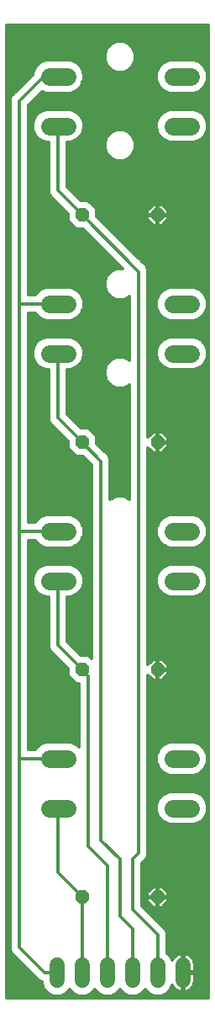
<source format=gbl>
G75*
%MOIN*%
%OFA0B0*%
%FSLAX24Y24*%
%IPPOS*%
%LPD*%
%AMOC8*
5,1,8,0,0,1.08239X$1,22.5*
%
%ADD10OC8,0.0520*%
%ADD11C,0.0705*%
%ADD12C,0.0600*%
%ADD13C,0.0120*%
D10*
X003160Y004470D03*
X003160Y013470D03*
X003160Y022470D03*
X003160Y031470D03*
X006160Y031470D03*
X006160Y022470D03*
X006160Y013470D03*
X006160Y004470D03*
D11*
X006768Y007990D02*
X007473Y007990D01*
X007473Y009950D02*
X006768Y009950D01*
X006768Y016990D02*
X007473Y016990D01*
X007473Y018950D02*
X006768Y018950D01*
X006768Y025990D02*
X007473Y025990D01*
X007473Y027950D02*
X006768Y027950D01*
X006768Y034990D02*
X007473Y034990D01*
X007473Y036950D02*
X006768Y036950D01*
X002553Y036950D02*
X001848Y036950D01*
X001848Y034990D02*
X002553Y034990D01*
X002553Y027950D02*
X001848Y027950D01*
X001848Y025990D02*
X002553Y025990D01*
X002553Y018950D02*
X001848Y018950D01*
X001848Y016990D02*
X002553Y016990D01*
X002553Y009950D02*
X001848Y009950D01*
X001848Y007990D02*
X002553Y007990D01*
D12*
X002160Y001770D02*
X002160Y001170D01*
X003160Y001170D02*
X003160Y001770D01*
X004160Y001770D02*
X004160Y001170D01*
X005160Y001170D02*
X005160Y001770D01*
X006160Y001770D02*
X006160Y001170D01*
X007160Y001170D02*
X007160Y001770D01*
D13*
X008160Y000470D02*
X000160Y000470D01*
X008160Y000470D01*
X008160Y038970D01*
X000160Y038970D01*
X000160Y000470D01*
X000160Y000589D02*
X001970Y000589D01*
X002039Y000560D02*
X002281Y000560D01*
X002506Y000653D01*
X002660Y000807D01*
X002814Y000653D01*
X003039Y000560D01*
X003281Y000560D01*
X003506Y000653D01*
X003660Y000807D01*
X003814Y000653D01*
X004039Y000560D01*
X004281Y000560D01*
X004506Y000653D01*
X004660Y000807D01*
X004814Y000653D01*
X005039Y000560D01*
X005281Y000560D01*
X005506Y000653D01*
X005660Y000807D01*
X005814Y000653D01*
X006039Y000560D01*
X006281Y000560D01*
X006506Y000653D01*
X006677Y000824D01*
X006741Y000979D01*
X006767Y000929D01*
X006809Y000870D01*
X006860Y000819D01*
X006919Y000777D01*
X006983Y000744D01*
X007052Y000721D01*
X007120Y000711D01*
X007120Y001430D01*
X007200Y001430D01*
X007200Y001510D01*
X007120Y001510D01*
X007120Y002229D01*
X007052Y002219D01*
X006983Y002196D01*
X006919Y002163D01*
X006860Y002121D01*
X006809Y002070D01*
X006767Y002011D01*
X006741Y001961D01*
X006677Y002116D01*
X006530Y002263D01*
X006530Y003044D01*
X006474Y003180D01*
X005530Y004123D01*
X005530Y005817D01*
X005724Y006010D01*
X005780Y006146D01*
X005780Y013256D01*
X005986Y013050D01*
X006140Y013050D01*
X006140Y013450D01*
X006180Y013450D01*
X006180Y013490D01*
X006140Y013490D01*
X006140Y013890D01*
X005986Y013890D01*
X005780Y013684D01*
X005780Y022256D01*
X005986Y022050D01*
X006140Y022050D01*
X006140Y022450D01*
X006180Y022450D01*
X006180Y022490D01*
X006140Y022490D01*
X006140Y022890D01*
X005986Y022890D01*
X005780Y022684D01*
X005780Y029294D01*
X005724Y029430D01*
X003730Y031423D01*
X003730Y031706D01*
X003396Y032040D01*
X003113Y032040D01*
X002570Y032583D01*
X002570Y034328D01*
X002684Y034328D01*
X002928Y034428D01*
X003114Y034615D01*
X003215Y034858D01*
X003215Y035122D01*
X003114Y035365D01*
X002928Y035552D01*
X002684Y035652D01*
X001716Y035652D01*
X001472Y035552D01*
X001286Y035365D01*
X001185Y035122D01*
X001185Y034858D01*
X001286Y034615D01*
X001472Y034428D01*
X001716Y034328D01*
X001830Y034328D01*
X001830Y032356D01*
X001886Y032220D01*
X001990Y032116D01*
X002590Y031517D01*
X002590Y031234D01*
X002924Y030900D01*
X003207Y030900D01*
X004777Y029330D01*
X004539Y029330D01*
X004314Y029237D01*
X004143Y029066D01*
X004050Y028841D01*
X004050Y028599D01*
X004143Y028374D01*
X004314Y028203D01*
X004539Y028110D01*
X004781Y028110D01*
X005006Y028203D01*
X005040Y028237D01*
X005040Y025703D01*
X005006Y025737D01*
X004781Y025830D01*
X004539Y025830D01*
X004314Y025737D01*
X004143Y025566D01*
X004050Y025341D01*
X004050Y025099D01*
X004143Y024874D01*
X004314Y024703D01*
X004539Y024610D01*
X004781Y024610D01*
X005006Y024703D01*
X005040Y024737D01*
X005040Y020203D01*
X005006Y020237D01*
X004781Y020330D01*
X004539Y020330D01*
X004314Y020237D01*
X004280Y020203D01*
X004280Y021794D01*
X004224Y021930D01*
X004120Y022034D01*
X003730Y022423D01*
X003730Y022706D01*
X003396Y023040D01*
X003113Y023040D01*
X002570Y023583D01*
X002570Y025328D01*
X002684Y025328D01*
X002928Y025428D01*
X003114Y025615D01*
X003215Y025858D01*
X003215Y026122D01*
X003114Y026365D01*
X002928Y026552D01*
X002684Y026652D01*
X001716Y026652D01*
X001472Y026552D01*
X001286Y026365D01*
X001185Y026122D01*
X001185Y025858D01*
X001286Y025615D01*
X001472Y025428D01*
X001716Y025328D01*
X001830Y025328D01*
X001830Y023356D01*
X001886Y023220D01*
X001990Y023116D01*
X002590Y022517D01*
X002590Y022234D01*
X002924Y021900D01*
X003207Y021900D01*
X003540Y021567D01*
X003540Y013896D01*
X003396Y014040D01*
X003113Y014040D01*
X002570Y014583D01*
X002570Y016328D01*
X002684Y016328D01*
X002928Y016428D01*
X003114Y016615D01*
X003215Y016858D01*
X003215Y017122D01*
X003114Y017365D01*
X002928Y017552D01*
X002684Y017652D01*
X001716Y017652D01*
X001472Y017552D01*
X001286Y017365D01*
X001185Y017122D01*
X001185Y016858D01*
X001286Y016615D01*
X001472Y016428D01*
X001716Y016328D01*
X001830Y016328D01*
X001830Y014356D01*
X001886Y014220D01*
X001990Y014116D01*
X002590Y013517D01*
X002590Y013234D01*
X002924Y012900D01*
X003040Y012900D01*
X003040Y010399D01*
X002928Y010512D01*
X002684Y010612D01*
X001716Y010612D01*
X001472Y010512D01*
X001286Y010325D01*
X001284Y010320D01*
X001030Y010320D01*
X001030Y018580D01*
X001284Y018580D01*
X001286Y018575D01*
X001472Y018388D01*
X001716Y018288D01*
X002684Y018288D01*
X002928Y018388D01*
X003114Y018575D01*
X003215Y018818D01*
X003215Y019082D01*
X003114Y019325D01*
X002928Y019512D01*
X002684Y019612D01*
X001716Y019612D01*
X001472Y019512D01*
X001286Y019325D01*
X001284Y019320D01*
X001030Y019320D01*
X001030Y027580D01*
X001284Y027580D01*
X001286Y027575D01*
X001472Y027388D01*
X001716Y027288D01*
X002684Y027288D01*
X002928Y027388D01*
X003114Y027575D01*
X003215Y027818D01*
X003215Y028082D01*
X003114Y028325D01*
X002928Y028512D01*
X002684Y028612D01*
X001716Y028612D01*
X001472Y028512D01*
X001286Y028325D01*
X001284Y028320D01*
X001030Y028320D01*
X001030Y035817D01*
X001564Y036350D01*
X001716Y036288D01*
X002684Y036288D01*
X002928Y036388D01*
X003114Y036575D01*
X003215Y036818D01*
X003215Y037082D01*
X003114Y037325D01*
X002928Y037512D01*
X002684Y037612D01*
X001716Y037612D01*
X001472Y037512D01*
X001286Y037325D01*
X001185Y037082D01*
X001185Y037018D01*
X000346Y036180D01*
X000290Y036044D01*
X000290Y002396D01*
X000346Y002260D01*
X000450Y002156D01*
X001450Y001156D01*
X001550Y001115D01*
X001550Y001049D01*
X001643Y000824D01*
X001814Y000653D01*
X002039Y000560D01*
X002160Y001470D02*
X001660Y001470D01*
X000660Y002470D01*
X000660Y010011D01*
X000721Y009950D01*
X002200Y009950D01*
X002200Y007990D02*
X002200Y005430D01*
X003160Y004470D01*
X003160Y001470D01*
X002970Y000589D02*
X002350Y000589D01*
X002560Y000707D02*
X002760Y000707D01*
X003350Y000589D02*
X003970Y000589D01*
X003760Y000707D02*
X003560Y000707D01*
X004160Y001470D02*
X004160Y004470D01*
X004160Y005720D01*
X003410Y006470D01*
X003410Y013220D01*
X003160Y013470D01*
X002200Y014430D01*
X002200Y016990D01*
X002570Y016231D02*
X003540Y016231D01*
X003540Y016349D02*
X002736Y016349D01*
X002570Y016112D02*
X003540Y016112D01*
X003540Y015994D02*
X002570Y015994D01*
X002570Y015875D02*
X003540Y015875D01*
X003540Y015757D02*
X002570Y015757D01*
X002570Y015638D02*
X003540Y015638D01*
X003540Y015520D02*
X002570Y015520D01*
X002570Y015401D02*
X003540Y015401D01*
X003540Y015283D02*
X002570Y015283D01*
X002570Y015164D02*
X003540Y015164D01*
X003540Y015046D02*
X002570Y015046D01*
X002570Y014927D02*
X003540Y014927D01*
X003540Y014809D02*
X002570Y014809D01*
X002570Y014690D02*
X003540Y014690D01*
X003540Y014572D02*
X002582Y014572D01*
X002700Y014453D02*
X003540Y014453D01*
X003540Y014335D02*
X002819Y014335D01*
X002937Y014216D02*
X003540Y014216D01*
X003540Y014098D02*
X003056Y014098D01*
X002793Y013031D02*
X001030Y013031D01*
X001030Y012913D02*
X002911Y012913D01*
X003040Y012794D02*
X001030Y012794D01*
X001030Y012676D02*
X003040Y012676D01*
X003040Y012557D02*
X001030Y012557D01*
X001030Y012439D02*
X003040Y012439D01*
X003040Y012320D02*
X001030Y012320D01*
X001030Y012202D02*
X003040Y012202D01*
X003040Y012083D02*
X001030Y012083D01*
X001030Y011965D02*
X003040Y011965D01*
X003040Y011846D02*
X001030Y011846D01*
X001030Y011728D02*
X003040Y011728D01*
X003040Y011609D02*
X001030Y011609D01*
X001030Y011491D02*
X003040Y011491D01*
X003040Y011372D02*
X001030Y011372D01*
X001030Y011254D02*
X003040Y011254D01*
X003040Y011135D02*
X001030Y011135D01*
X001030Y011017D02*
X003040Y011017D01*
X003040Y010898D02*
X001030Y010898D01*
X001030Y010780D02*
X003040Y010780D01*
X003040Y010661D02*
X001030Y010661D01*
X001030Y010543D02*
X001547Y010543D01*
X001385Y010424D02*
X001030Y010424D01*
X000660Y010011D02*
X000660Y018978D01*
X000684Y018954D01*
X000688Y018950D01*
X002200Y018950D01*
X001830Y016231D02*
X001030Y016231D01*
X001030Y016349D02*
X001664Y016349D01*
X001830Y016112D02*
X001030Y016112D01*
X001030Y015994D02*
X001830Y015994D01*
X001830Y015875D02*
X001030Y015875D01*
X001030Y015757D02*
X001830Y015757D01*
X001830Y015638D02*
X001030Y015638D01*
X001030Y015520D02*
X001830Y015520D01*
X001830Y015401D02*
X001030Y015401D01*
X001030Y015283D02*
X001830Y015283D01*
X001830Y015164D02*
X001030Y015164D01*
X001030Y015046D02*
X001830Y015046D01*
X001830Y014927D02*
X001030Y014927D01*
X001030Y014809D02*
X001830Y014809D01*
X001830Y014690D02*
X001030Y014690D01*
X001030Y014572D02*
X001830Y014572D01*
X001830Y014453D02*
X001030Y014453D01*
X001030Y014335D02*
X001839Y014335D01*
X001891Y014216D02*
X001030Y014216D01*
X001030Y014098D02*
X002009Y014098D01*
X002128Y013979D02*
X001030Y013979D01*
X001030Y013861D02*
X002246Y013861D01*
X002365Y013742D02*
X001030Y013742D01*
X001030Y013624D02*
X002483Y013624D01*
X002590Y013505D02*
X001030Y013505D01*
X001030Y013387D02*
X002590Y013387D01*
X002590Y013268D02*
X001030Y013268D01*
X001030Y013150D02*
X002674Y013150D01*
X002853Y010543D02*
X003040Y010543D01*
X003040Y010424D02*
X003015Y010424D01*
X003457Y013979D02*
X003540Y013979D01*
X003540Y016468D02*
X002967Y016468D01*
X003085Y016586D02*
X003540Y016586D01*
X003540Y016705D02*
X003151Y016705D01*
X003200Y016823D02*
X003540Y016823D01*
X003540Y016942D02*
X003215Y016942D01*
X003215Y017060D02*
X003540Y017060D01*
X003540Y017179D02*
X003191Y017179D01*
X003142Y017297D02*
X003540Y017297D01*
X003540Y017416D02*
X003064Y017416D01*
X002945Y017534D02*
X003540Y017534D01*
X003540Y017653D02*
X001030Y017653D01*
X001030Y017771D02*
X003540Y017771D01*
X003540Y017890D02*
X001030Y017890D01*
X001030Y018008D02*
X003540Y018008D01*
X003540Y018127D02*
X001030Y018127D01*
X001030Y018245D02*
X003540Y018245D01*
X003540Y018364D02*
X002868Y018364D01*
X003021Y018482D02*
X003540Y018482D01*
X003540Y018601D02*
X003125Y018601D01*
X003174Y018719D02*
X003540Y018719D01*
X003540Y018838D02*
X003215Y018838D01*
X003215Y018956D02*
X003540Y018956D01*
X003540Y019075D02*
X003215Y019075D01*
X003169Y019193D02*
X003540Y019193D01*
X003540Y019312D02*
X003120Y019312D01*
X003009Y019430D02*
X003540Y019430D01*
X003540Y019549D02*
X002839Y019549D01*
X003307Y021800D02*
X001030Y021800D01*
X001030Y021682D02*
X003425Y021682D01*
X003540Y021563D02*
X001030Y021563D01*
X001030Y021445D02*
X003540Y021445D01*
X003540Y021326D02*
X001030Y021326D01*
X001030Y021208D02*
X003540Y021208D01*
X003540Y021089D02*
X001030Y021089D01*
X001030Y020971D02*
X003540Y020971D01*
X003540Y020852D02*
X001030Y020852D01*
X001030Y020734D02*
X003540Y020734D01*
X003540Y020615D02*
X001030Y020615D01*
X001030Y020497D02*
X003540Y020497D01*
X003540Y020378D02*
X001030Y020378D01*
X001030Y020260D02*
X003540Y020260D01*
X003540Y020141D02*
X001030Y020141D01*
X001030Y020023D02*
X003540Y020023D01*
X003540Y019904D02*
X001030Y019904D01*
X001030Y019786D02*
X003540Y019786D01*
X003540Y019667D02*
X001030Y019667D01*
X001030Y019549D02*
X001561Y019549D01*
X001391Y019430D02*
X001030Y019430D01*
X001030Y018482D02*
X001379Y018482D01*
X001532Y018364D02*
X001030Y018364D01*
X001030Y017534D02*
X001455Y017534D01*
X001336Y017416D02*
X001030Y017416D01*
X001030Y017297D02*
X001258Y017297D01*
X001209Y017179D02*
X001030Y017179D01*
X001030Y017060D02*
X001185Y017060D01*
X001185Y016942D02*
X001030Y016942D01*
X001030Y016823D02*
X001200Y016823D01*
X001249Y016705D02*
X001030Y016705D01*
X001030Y016586D02*
X001315Y016586D01*
X001433Y016468D02*
X001030Y016468D01*
X000688Y018950D02*
X000684Y018954D01*
X000660Y018978D02*
X000660Y027946D01*
X000664Y027950D01*
X000660Y027946D02*
X000660Y028010D01*
X000720Y027950D01*
X002200Y027950D01*
X002200Y025990D02*
X002200Y023430D01*
X003160Y022470D01*
X003910Y021720D01*
X003910Y006720D01*
X004660Y005970D01*
X004660Y003720D01*
X005160Y003220D01*
X005160Y001470D01*
X005350Y000589D02*
X005970Y000589D01*
X005760Y000707D02*
X005560Y000707D01*
X004970Y000589D02*
X004350Y000589D01*
X004560Y000707D02*
X004760Y000707D01*
X006160Y002970D02*
X005160Y003970D01*
X005160Y005970D01*
X005410Y006220D01*
X005410Y029220D01*
X003160Y031470D01*
X002200Y032430D01*
X002200Y034990D01*
X002570Y034243D02*
X004050Y034243D01*
X004050Y034341D02*
X004050Y034099D01*
X004143Y033874D01*
X004314Y033703D01*
X004539Y033610D01*
X004781Y033610D01*
X005006Y033703D01*
X005177Y033874D01*
X005270Y034099D01*
X005270Y034341D01*
X005177Y034566D01*
X005006Y034737D01*
X004781Y034830D01*
X004539Y034830D01*
X004314Y034737D01*
X004143Y034566D01*
X004050Y034341D01*
X004058Y034361D02*
X002765Y034361D01*
X002979Y034480D02*
X004107Y034480D01*
X004175Y034598D02*
X003097Y034598D01*
X003156Y034717D02*
X004294Y034717D01*
X004089Y034006D02*
X002570Y034006D01*
X002570Y034124D02*
X004050Y034124D01*
X004138Y033887D02*
X002570Y033887D01*
X002570Y033769D02*
X004249Y033769D01*
X004442Y033650D02*
X002570Y033650D01*
X002570Y033532D02*
X008160Y033532D01*
X008160Y033650D02*
X004878Y033650D01*
X005071Y033769D02*
X008160Y033769D01*
X008160Y033887D02*
X005182Y033887D01*
X005231Y034006D02*
X008160Y034006D01*
X008160Y034124D02*
X005270Y034124D01*
X005270Y034243D02*
X008160Y034243D01*
X008160Y034361D02*
X007685Y034361D01*
X007604Y034328D02*
X007848Y034428D01*
X008034Y034615D01*
X008135Y034858D01*
X008135Y035122D01*
X008034Y035365D01*
X007848Y035552D01*
X007604Y035652D01*
X006636Y035652D01*
X006392Y035552D01*
X006206Y035365D01*
X006105Y035122D01*
X006105Y034858D01*
X006206Y034615D01*
X006392Y034428D01*
X006636Y034328D01*
X007604Y034328D01*
X007899Y034480D02*
X008160Y034480D01*
X008160Y034598D02*
X008017Y034598D01*
X008076Y034717D02*
X008160Y034717D01*
X008160Y034835D02*
X008125Y034835D01*
X008135Y034954D02*
X008160Y034954D01*
X008160Y035072D02*
X008135Y035072D01*
X008160Y035191D02*
X008107Y035191D01*
X008057Y035309D02*
X008160Y035309D01*
X008160Y035428D02*
X007972Y035428D01*
X007853Y035546D02*
X008160Y035546D01*
X008160Y035665D02*
X001030Y035665D01*
X001030Y035783D02*
X008160Y035783D01*
X008160Y035902D02*
X001115Y035902D01*
X001233Y036020D02*
X008160Y036020D01*
X008160Y036139D02*
X001352Y036139D01*
X001470Y036257D02*
X008160Y036257D01*
X008160Y036376D02*
X007817Y036376D01*
X007848Y036388D02*
X008034Y036575D01*
X008135Y036818D01*
X008135Y037082D01*
X008034Y037325D01*
X007848Y037512D01*
X007604Y037612D01*
X006636Y037612D01*
X006392Y037512D01*
X006206Y037325D01*
X006105Y037082D01*
X006105Y036818D01*
X006206Y036575D01*
X006392Y036388D01*
X006636Y036288D01*
X007604Y036288D01*
X007848Y036388D01*
X007953Y036494D02*
X008160Y036494D01*
X008160Y036613D02*
X008050Y036613D01*
X008099Y036731D02*
X008160Y036731D01*
X008160Y036850D02*
X008135Y036850D01*
X008135Y036968D02*
X008160Y036968D01*
X008160Y037087D02*
X008133Y037087D01*
X008160Y037205D02*
X008084Y037205D01*
X008035Y037324D02*
X008160Y037324D01*
X008160Y037442D02*
X007917Y037442D01*
X007730Y037561D02*
X008160Y037561D01*
X008160Y037679D02*
X005270Y037679D01*
X005270Y037599D02*
X005177Y037374D01*
X005006Y037203D01*
X004781Y037110D01*
X004539Y037110D01*
X004314Y037203D01*
X004143Y037374D01*
X004050Y037599D01*
X004050Y037841D01*
X004143Y038066D01*
X004314Y038237D01*
X004539Y038330D01*
X004781Y038330D01*
X005006Y038237D01*
X005177Y038066D01*
X005270Y037841D01*
X005270Y037599D01*
X005254Y037561D02*
X006510Y037561D01*
X006323Y037442D02*
X005205Y037442D01*
X005126Y037324D02*
X006205Y037324D01*
X006156Y037205D02*
X005008Y037205D01*
X005239Y037916D02*
X008160Y037916D01*
X008160Y037798D02*
X005270Y037798D01*
X005190Y038035D02*
X008160Y038035D01*
X008160Y038153D02*
X005090Y038153D01*
X004922Y038272D02*
X008160Y038272D01*
X008160Y038390D02*
X000160Y038390D01*
X000160Y038272D02*
X004398Y038272D01*
X004230Y038153D02*
X000160Y038153D01*
X000160Y038035D02*
X004130Y038035D01*
X004081Y037916D02*
X000160Y037916D01*
X000160Y037798D02*
X004050Y037798D01*
X004050Y037679D02*
X000160Y037679D01*
X000160Y037561D02*
X001590Y037561D01*
X001660Y036970D02*
X002180Y036970D01*
X002200Y036950D01*
X001660Y036970D02*
X000660Y035970D01*
X000660Y028010D01*
X000290Y027962D02*
X000160Y027962D01*
X000160Y027844D02*
X000290Y027844D01*
X000290Y027725D02*
X000160Y027725D01*
X000160Y027607D02*
X000290Y027607D01*
X000290Y027488D02*
X000160Y027488D01*
X000160Y027370D02*
X000290Y027370D01*
X000290Y027251D02*
X000160Y027251D01*
X000160Y027133D02*
X000290Y027133D01*
X000290Y027014D02*
X000160Y027014D01*
X000160Y026896D02*
X000290Y026896D01*
X000290Y026777D02*
X000160Y026777D01*
X000160Y026659D02*
X000290Y026659D01*
X000290Y026540D02*
X000160Y026540D01*
X000160Y026422D02*
X000290Y026422D01*
X000290Y026303D02*
X000160Y026303D01*
X000160Y026185D02*
X000290Y026185D01*
X000290Y026066D02*
X000160Y026066D01*
X000160Y025948D02*
X000290Y025948D01*
X000290Y025829D02*
X000160Y025829D01*
X000160Y025711D02*
X000290Y025711D01*
X000290Y025592D02*
X000160Y025592D01*
X000160Y025474D02*
X000290Y025474D01*
X000290Y025355D02*
X000160Y025355D01*
X000160Y025237D02*
X000290Y025237D01*
X000290Y025118D02*
X000160Y025118D01*
X000160Y025000D02*
X000290Y025000D01*
X000290Y024881D02*
X000160Y024881D01*
X000160Y024763D02*
X000290Y024763D01*
X000290Y024644D02*
X000160Y024644D01*
X000160Y024526D02*
X000290Y024526D01*
X000290Y024407D02*
X000160Y024407D01*
X000160Y024289D02*
X000290Y024289D01*
X000290Y024170D02*
X000160Y024170D01*
X000160Y024052D02*
X000290Y024052D01*
X000290Y023933D02*
X000160Y023933D01*
X000160Y023815D02*
X000290Y023815D01*
X000290Y023696D02*
X000160Y023696D01*
X000160Y023578D02*
X000290Y023578D01*
X000290Y023459D02*
X000160Y023459D01*
X000160Y023341D02*
X000290Y023341D01*
X000290Y023222D02*
X000160Y023222D01*
X000160Y023104D02*
X000290Y023104D01*
X000290Y022985D02*
X000160Y022985D01*
X000160Y022867D02*
X000290Y022867D01*
X000290Y022748D02*
X000160Y022748D01*
X000160Y022630D02*
X000290Y022630D01*
X000290Y022511D02*
X000160Y022511D01*
X000160Y022393D02*
X000290Y022393D01*
X000290Y022274D02*
X000160Y022274D01*
X000160Y022156D02*
X000290Y022156D01*
X000290Y022037D02*
X000160Y022037D01*
X000160Y021919D02*
X000290Y021919D01*
X000290Y021800D02*
X000160Y021800D01*
X000160Y021682D02*
X000290Y021682D01*
X000290Y021563D02*
X000160Y021563D01*
X000160Y021445D02*
X000290Y021445D01*
X000290Y021326D02*
X000160Y021326D01*
X000160Y021208D02*
X000290Y021208D01*
X000290Y021089D02*
X000160Y021089D01*
X000160Y020971D02*
X000290Y020971D01*
X000290Y020852D02*
X000160Y020852D01*
X000160Y020734D02*
X000290Y020734D01*
X000290Y020615D02*
X000160Y020615D01*
X000160Y020497D02*
X000290Y020497D01*
X000290Y020378D02*
X000160Y020378D01*
X000160Y020260D02*
X000290Y020260D01*
X000290Y020141D02*
X000160Y020141D01*
X000160Y020023D02*
X000290Y020023D01*
X000290Y019904D02*
X000160Y019904D01*
X000160Y019786D02*
X000290Y019786D01*
X000290Y019667D02*
X000160Y019667D01*
X000160Y019549D02*
X000290Y019549D01*
X000290Y019430D02*
X000160Y019430D01*
X000160Y019312D02*
X000290Y019312D01*
X000290Y019193D02*
X000160Y019193D01*
X000160Y019075D02*
X000290Y019075D01*
X000290Y018956D02*
X000160Y018956D01*
X000160Y018838D02*
X000290Y018838D01*
X000290Y018719D02*
X000160Y018719D01*
X000160Y018601D02*
X000290Y018601D01*
X000290Y018482D02*
X000160Y018482D01*
X000160Y018364D02*
X000290Y018364D01*
X000290Y018245D02*
X000160Y018245D01*
X000160Y018127D02*
X000290Y018127D01*
X000290Y018008D02*
X000160Y018008D01*
X000160Y017890D02*
X000290Y017890D01*
X000290Y017771D02*
X000160Y017771D01*
X000160Y017653D02*
X000290Y017653D01*
X000290Y017534D02*
X000160Y017534D01*
X000160Y017416D02*
X000290Y017416D01*
X000290Y017297D02*
X000160Y017297D01*
X000160Y017179D02*
X000290Y017179D01*
X000290Y017060D02*
X000160Y017060D01*
X000160Y016942D02*
X000290Y016942D01*
X000290Y016823D02*
X000160Y016823D01*
X000160Y016705D02*
X000290Y016705D01*
X000290Y016586D02*
X000160Y016586D01*
X000160Y016468D02*
X000290Y016468D01*
X000290Y016349D02*
X000160Y016349D01*
X000160Y016231D02*
X000290Y016231D01*
X000290Y016112D02*
X000160Y016112D01*
X000160Y015994D02*
X000290Y015994D01*
X000290Y015875D02*
X000160Y015875D01*
X000160Y015757D02*
X000290Y015757D01*
X000290Y015638D02*
X000160Y015638D01*
X000160Y015520D02*
X000290Y015520D01*
X000290Y015401D02*
X000160Y015401D01*
X000160Y015283D02*
X000290Y015283D01*
X000290Y015164D02*
X000160Y015164D01*
X000160Y015046D02*
X000290Y015046D01*
X000290Y014927D02*
X000160Y014927D01*
X000160Y014809D02*
X000290Y014809D01*
X000290Y014690D02*
X000160Y014690D01*
X000160Y014572D02*
X000290Y014572D01*
X000290Y014453D02*
X000160Y014453D01*
X000160Y014335D02*
X000290Y014335D01*
X000290Y014216D02*
X000160Y014216D01*
X000160Y014098D02*
X000290Y014098D01*
X000290Y013979D02*
X000160Y013979D01*
X000160Y013861D02*
X000290Y013861D01*
X000290Y013742D02*
X000160Y013742D01*
X000160Y013624D02*
X000290Y013624D01*
X000290Y013505D02*
X000160Y013505D01*
X000160Y013387D02*
X000290Y013387D01*
X000290Y013268D02*
X000160Y013268D01*
X000160Y013150D02*
X000290Y013150D01*
X000290Y013031D02*
X000160Y013031D01*
X000160Y012913D02*
X000290Y012913D01*
X000290Y012794D02*
X000160Y012794D01*
X000160Y012676D02*
X000290Y012676D01*
X000290Y012557D02*
X000160Y012557D01*
X000160Y012439D02*
X000290Y012439D01*
X000290Y012320D02*
X000160Y012320D01*
X000160Y012202D02*
X000290Y012202D01*
X000290Y012083D02*
X000160Y012083D01*
X000160Y011965D02*
X000290Y011965D01*
X000290Y011846D02*
X000160Y011846D01*
X000160Y011728D02*
X000290Y011728D01*
X000290Y011609D02*
X000160Y011609D01*
X000160Y011491D02*
X000290Y011491D01*
X000290Y011372D02*
X000160Y011372D01*
X000160Y011254D02*
X000290Y011254D01*
X000290Y011135D02*
X000160Y011135D01*
X000160Y011017D02*
X000290Y011017D01*
X000290Y010898D02*
X000160Y010898D01*
X000160Y010780D02*
X000290Y010780D01*
X000290Y010661D02*
X000160Y010661D01*
X000160Y010543D02*
X000290Y010543D01*
X000290Y010424D02*
X000160Y010424D01*
X000160Y010306D02*
X000290Y010306D01*
X000290Y010187D02*
X000160Y010187D01*
X000160Y010069D02*
X000290Y010069D01*
X000290Y009950D02*
X000160Y009950D01*
X000160Y009832D02*
X000290Y009832D01*
X000290Y009713D02*
X000160Y009713D01*
X000160Y009595D02*
X000290Y009595D01*
X000290Y009476D02*
X000160Y009476D01*
X000160Y009358D02*
X000290Y009358D01*
X000290Y009239D02*
X000160Y009239D01*
X000160Y009121D02*
X000290Y009121D01*
X000290Y009002D02*
X000160Y009002D01*
X000160Y008884D02*
X000290Y008884D01*
X000290Y008765D02*
X000160Y008765D01*
X000160Y008647D02*
X000290Y008647D01*
X000290Y008528D02*
X000160Y008528D01*
X000160Y008410D02*
X000290Y008410D01*
X000290Y008291D02*
X000160Y008291D01*
X000160Y008173D02*
X000290Y008173D01*
X000290Y008054D02*
X000160Y008054D01*
X000160Y007936D02*
X000290Y007936D01*
X000290Y007817D02*
X000160Y007817D01*
X000160Y007699D02*
X000290Y007699D01*
X000290Y007580D02*
X000160Y007580D01*
X000160Y007462D02*
X000290Y007462D01*
X000290Y007343D02*
X000160Y007343D01*
X000160Y007225D02*
X000290Y007225D01*
X000290Y007106D02*
X000160Y007106D01*
X000160Y006988D02*
X000290Y006988D01*
X000290Y006869D02*
X000160Y006869D01*
X000160Y006751D02*
X000290Y006751D01*
X000290Y006632D02*
X000160Y006632D01*
X000160Y006514D02*
X000290Y006514D01*
X000290Y006395D02*
X000160Y006395D01*
X000160Y006277D02*
X000290Y006277D01*
X000290Y006158D02*
X000160Y006158D01*
X000160Y006040D02*
X000290Y006040D01*
X000290Y005921D02*
X000160Y005921D01*
X000160Y005803D02*
X000290Y005803D01*
X000290Y005684D02*
X000160Y005684D01*
X000160Y005566D02*
X000290Y005566D01*
X000290Y005447D02*
X000160Y005447D01*
X000160Y005329D02*
X000290Y005329D01*
X000290Y005210D02*
X000160Y005210D01*
X000160Y005092D02*
X000290Y005092D01*
X000290Y004973D02*
X000160Y004973D01*
X000160Y004855D02*
X000290Y004855D01*
X000290Y004736D02*
X000160Y004736D01*
X000160Y004618D02*
X000290Y004618D01*
X000290Y004499D02*
X000160Y004499D01*
X000160Y004381D02*
X000290Y004381D01*
X000290Y004262D02*
X000160Y004262D01*
X000160Y004144D02*
X000290Y004144D01*
X000290Y004025D02*
X000160Y004025D01*
X000160Y003907D02*
X000290Y003907D01*
X000290Y003788D02*
X000160Y003788D01*
X000160Y003670D02*
X000290Y003670D01*
X000290Y003551D02*
X000160Y003551D01*
X000160Y003433D02*
X000290Y003433D01*
X000290Y003314D02*
X000160Y003314D01*
X000160Y003196D02*
X000290Y003196D01*
X000290Y003077D02*
X000160Y003077D01*
X000160Y002959D02*
X000290Y002959D01*
X000290Y002840D02*
X000160Y002840D01*
X000160Y002722D02*
X000290Y002722D01*
X000290Y002603D02*
X000160Y002603D01*
X000160Y002485D02*
X000290Y002485D01*
X000303Y002366D02*
X000160Y002366D01*
X000160Y002248D02*
X000359Y002248D01*
X000478Y002129D02*
X000160Y002129D01*
X000160Y002011D02*
X000596Y002011D01*
X000715Y001892D02*
X000160Y001892D01*
X000160Y001774D02*
X000833Y001774D01*
X000952Y001655D02*
X000160Y001655D01*
X000160Y001537D02*
X001070Y001537D01*
X001189Y001418D02*
X000160Y001418D01*
X000160Y001300D02*
X001307Y001300D01*
X001426Y001181D02*
X000160Y001181D01*
X000160Y001063D02*
X001550Y001063D01*
X001593Y000944D02*
X000160Y000944D01*
X000160Y000826D02*
X001642Y000826D01*
X001760Y000707D02*
X000160Y000707D01*
X004280Y020260D02*
X004369Y020260D01*
X004280Y020378D02*
X005040Y020378D01*
X005040Y020260D02*
X004951Y020260D01*
X005040Y020497D02*
X004280Y020497D01*
X004280Y020615D02*
X005040Y020615D01*
X005040Y020734D02*
X004280Y020734D01*
X004280Y020852D02*
X005040Y020852D01*
X005040Y020971D02*
X004280Y020971D01*
X004280Y021089D02*
X005040Y021089D01*
X005040Y021208D02*
X004280Y021208D01*
X004280Y021326D02*
X005040Y021326D01*
X005040Y021445D02*
X004280Y021445D01*
X004280Y021563D02*
X005040Y021563D01*
X005040Y021682D02*
X004280Y021682D01*
X004277Y021800D02*
X005040Y021800D01*
X005040Y021919D02*
X004228Y021919D01*
X004120Y022034D02*
X004120Y022034D01*
X004116Y022037D02*
X005040Y022037D01*
X005040Y022156D02*
X003998Y022156D01*
X003879Y022274D02*
X005040Y022274D01*
X005040Y022393D02*
X003761Y022393D01*
X003730Y022511D02*
X005040Y022511D01*
X005040Y022630D02*
X003730Y022630D01*
X003688Y022748D02*
X005040Y022748D01*
X005040Y022867D02*
X003570Y022867D01*
X003451Y022985D02*
X005040Y022985D01*
X005040Y023104D02*
X003050Y023104D01*
X002931Y023222D02*
X005040Y023222D01*
X005040Y023341D02*
X002813Y023341D01*
X002694Y023459D02*
X005040Y023459D01*
X005040Y023578D02*
X002576Y023578D01*
X002570Y023696D02*
X005040Y023696D01*
X005040Y023815D02*
X002570Y023815D01*
X002570Y023933D02*
X005040Y023933D01*
X005040Y024052D02*
X002570Y024052D01*
X002570Y024170D02*
X005040Y024170D01*
X005040Y024289D02*
X002570Y024289D01*
X002570Y024407D02*
X005040Y024407D01*
X005040Y024526D02*
X002570Y024526D01*
X002570Y024644D02*
X004456Y024644D01*
X004255Y024763D02*
X002570Y024763D01*
X002570Y024881D02*
X004140Y024881D01*
X004091Y025000D02*
X002570Y025000D01*
X002570Y025118D02*
X004050Y025118D01*
X004050Y025237D02*
X002570Y025237D01*
X002751Y025355D02*
X004056Y025355D01*
X004105Y025474D02*
X002973Y025474D01*
X003091Y025592D02*
X004169Y025592D01*
X004288Y025711D02*
X003154Y025711D01*
X003203Y025829D02*
X004536Y025829D01*
X004784Y025829D02*
X005040Y025829D01*
X005032Y025711D02*
X005040Y025711D01*
X005040Y025948D02*
X003215Y025948D01*
X003215Y026066D02*
X005040Y026066D01*
X005040Y026185D02*
X003189Y026185D01*
X003140Y026303D02*
X005040Y026303D01*
X005040Y026422D02*
X003058Y026422D01*
X002939Y026540D02*
X005040Y026540D01*
X005040Y026659D02*
X001030Y026659D01*
X001030Y026777D02*
X005040Y026777D01*
X005040Y026896D02*
X001030Y026896D01*
X001030Y027014D02*
X005040Y027014D01*
X005040Y027133D02*
X001030Y027133D01*
X001030Y027251D02*
X005040Y027251D01*
X005040Y027370D02*
X002882Y027370D01*
X003027Y027488D02*
X005040Y027488D01*
X005040Y027607D02*
X003127Y027607D01*
X003176Y027725D02*
X005040Y027725D01*
X005040Y027844D02*
X003215Y027844D01*
X003215Y027962D02*
X005040Y027962D01*
X005040Y028081D02*
X003215Y028081D01*
X003166Y028199D02*
X004324Y028199D01*
X004200Y028318D02*
X003117Y028318D01*
X003003Y028436D02*
X004117Y028436D01*
X004068Y028555D02*
X002824Y028555D01*
X003301Y030806D02*
X001030Y030806D01*
X001030Y030688D02*
X003419Y030688D01*
X003538Y030569D02*
X001030Y030569D01*
X001030Y030451D02*
X003656Y030451D01*
X003775Y030332D02*
X001030Y030332D01*
X001030Y030214D02*
X003893Y030214D01*
X004012Y030095D02*
X001030Y030095D01*
X001030Y029977D02*
X004130Y029977D01*
X004249Y029858D02*
X001030Y029858D01*
X001030Y029740D02*
X004367Y029740D01*
X004486Y029621D02*
X001030Y029621D01*
X001030Y029503D02*
X004604Y029503D01*
X004723Y029384D02*
X001030Y029384D01*
X001030Y029266D02*
X004383Y029266D01*
X004224Y029147D02*
X001030Y029147D01*
X001030Y029029D02*
X004128Y029029D01*
X004078Y028910D02*
X001030Y028910D01*
X001030Y028792D02*
X004050Y028792D01*
X004050Y028673D02*
X001030Y028673D01*
X001030Y028555D02*
X001576Y028555D01*
X001397Y028436D02*
X001030Y028436D01*
X001030Y027488D02*
X001373Y027488D01*
X001518Y027370D02*
X001030Y027370D01*
X001030Y026540D02*
X001461Y026540D01*
X001342Y026422D02*
X001030Y026422D01*
X001030Y026303D02*
X001260Y026303D01*
X001211Y026185D02*
X001030Y026185D01*
X001030Y026066D02*
X001185Y026066D01*
X001185Y025948D02*
X001030Y025948D01*
X001030Y025829D02*
X001197Y025829D01*
X001246Y025711D02*
X001030Y025711D01*
X001030Y025592D02*
X001309Y025592D01*
X001427Y025474D02*
X001030Y025474D01*
X001030Y025355D02*
X001649Y025355D01*
X001830Y025237D02*
X001030Y025237D01*
X001030Y025118D02*
X001830Y025118D01*
X001830Y025000D02*
X001030Y025000D01*
X001030Y024881D02*
X001830Y024881D01*
X001830Y024763D02*
X001030Y024763D01*
X001030Y024644D02*
X001830Y024644D01*
X001830Y024526D02*
X001030Y024526D01*
X001030Y024407D02*
X001830Y024407D01*
X001830Y024289D02*
X001030Y024289D01*
X001030Y024170D02*
X001830Y024170D01*
X001830Y024052D02*
X001030Y024052D01*
X001030Y023933D02*
X001830Y023933D01*
X001830Y023815D02*
X001030Y023815D01*
X001030Y023696D02*
X001830Y023696D01*
X001830Y023578D02*
X001030Y023578D01*
X001030Y023459D02*
X001830Y023459D01*
X001837Y023341D02*
X001030Y023341D01*
X001030Y023222D02*
X001886Y023222D01*
X002003Y023104D02*
X001030Y023104D01*
X001030Y022985D02*
X002122Y022985D01*
X002240Y022867D02*
X001030Y022867D01*
X001030Y022748D02*
X002359Y022748D01*
X002477Y022630D02*
X001030Y022630D01*
X001030Y022511D02*
X002590Y022511D01*
X002590Y022393D02*
X001030Y022393D01*
X001030Y022274D02*
X002590Y022274D01*
X002668Y022156D02*
X001030Y022156D01*
X001030Y022037D02*
X002787Y022037D01*
X002905Y021919D02*
X001030Y021919D01*
X000290Y028081D02*
X000160Y028081D01*
X000160Y028199D02*
X000290Y028199D01*
X000290Y028318D02*
X000160Y028318D01*
X000160Y028436D02*
X000290Y028436D01*
X000290Y028555D02*
X000160Y028555D01*
X000160Y028673D02*
X000290Y028673D01*
X000290Y028792D02*
X000160Y028792D01*
X000160Y028910D02*
X000290Y028910D01*
X000290Y029029D02*
X000160Y029029D01*
X000160Y029147D02*
X000290Y029147D01*
X000290Y029266D02*
X000160Y029266D01*
X000160Y029384D02*
X000290Y029384D01*
X000290Y029503D02*
X000160Y029503D01*
X000160Y029621D02*
X000290Y029621D01*
X000290Y029740D02*
X000160Y029740D01*
X000160Y029858D02*
X000290Y029858D01*
X000290Y029977D02*
X000160Y029977D01*
X000160Y030095D02*
X000290Y030095D01*
X000290Y030214D02*
X000160Y030214D01*
X000160Y030332D02*
X000290Y030332D01*
X000290Y030451D02*
X000160Y030451D01*
X000160Y030569D02*
X000290Y030569D01*
X000290Y030688D02*
X000160Y030688D01*
X000160Y030806D02*
X000290Y030806D01*
X000290Y030925D02*
X000160Y030925D01*
X000160Y031043D02*
X000290Y031043D01*
X000290Y031162D02*
X000160Y031162D01*
X000160Y031280D02*
X000290Y031280D01*
X000290Y031399D02*
X000160Y031399D01*
X000160Y031517D02*
X000290Y031517D01*
X000290Y031636D02*
X000160Y031636D01*
X000160Y031754D02*
X000290Y031754D01*
X000290Y031873D02*
X000160Y031873D01*
X000160Y031991D02*
X000290Y031991D01*
X000290Y032110D02*
X000160Y032110D01*
X000160Y032228D02*
X000290Y032228D01*
X000290Y032347D02*
X000160Y032347D01*
X000160Y032465D02*
X000290Y032465D01*
X000290Y032584D02*
X000160Y032584D01*
X000160Y032702D02*
X000290Y032702D01*
X000290Y032821D02*
X000160Y032821D01*
X000160Y032939D02*
X000290Y032939D01*
X000290Y033058D02*
X000160Y033058D01*
X000160Y033176D02*
X000290Y033176D01*
X000290Y033295D02*
X000160Y033295D01*
X000160Y033413D02*
X000290Y033413D01*
X000290Y033532D02*
X000160Y033532D01*
X000160Y033650D02*
X000290Y033650D01*
X000290Y033769D02*
X000160Y033769D01*
X000160Y033887D02*
X000290Y033887D01*
X000290Y034006D02*
X000160Y034006D01*
X000160Y034124D02*
X000290Y034124D01*
X000290Y034243D02*
X000160Y034243D01*
X000160Y034361D02*
X000290Y034361D01*
X000290Y034480D02*
X000160Y034480D01*
X000160Y034598D02*
X000290Y034598D01*
X000290Y034717D02*
X000160Y034717D01*
X000160Y034835D02*
X000290Y034835D01*
X000290Y034954D02*
X000160Y034954D01*
X000160Y035072D02*
X000290Y035072D01*
X000290Y035191D02*
X000160Y035191D01*
X000160Y035309D02*
X000290Y035309D01*
X000290Y035428D02*
X000160Y035428D01*
X000160Y035546D02*
X000290Y035546D01*
X000290Y035665D02*
X000160Y035665D01*
X000160Y035783D02*
X000290Y035783D01*
X000290Y035902D02*
X000160Y035902D01*
X000160Y036020D02*
X000290Y036020D01*
X000329Y036139D02*
X000160Y036139D01*
X000160Y036257D02*
X000424Y036257D01*
X000542Y036376D02*
X000160Y036376D01*
X000160Y036494D02*
X000661Y036494D01*
X000779Y036613D02*
X000160Y036613D01*
X000160Y036731D02*
X000898Y036731D01*
X001016Y036850D02*
X000160Y036850D01*
X000160Y036968D02*
X001135Y036968D01*
X001187Y037087D02*
X000160Y037087D01*
X000160Y037205D02*
X001236Y037205D01*
X001285Y037324D02*
X000160Y037324D01*
X000160Y037442D02*
X001403Y037442D01*
X001467Y035546D02*
X001030Y035546D01*
X001030Y035428D02*
X001348Y035428D01*
X001263Y035309D02*
X001030Y035309D01*
X001030Y035191D02*
X001213Y035191D01*
X001185Y035072D02*
X001030Y035072D01*
X001030Y034954D02*
X001185Y034954D01*
X001195Y034835D02*
X001030Y034835D01*
X001030Y034717D02*
X001244Y034717D01*
X001303Y034598D02*
X001030Y034598D01*
X001030Y034480D02*
X001421Y034480D01*
X001635Y034361D02*
X001030Y034361D01*
X001030Y034243D02*
X001830Y034243D01*
X001830Y034124D02*
X001030Y034124D01*
X001030Y034006D02*
X001830Y034006D01*
X001830Y033887D02*
X001030Y033887D01*
X001030Y033769D02*
X001830Y033769D01*
X001830Y033650D02*
X001030Y033650D01*
X001030Y033532D02*
X001830Y033532D01*
X001830Y033413D02*
X001030Y033413D01*
X001030Y033295D02*
X001830Y033295D01*
X001830Y033176D02*
X001030Y033176D01*
X001030Y033058D02*
X001830Y033058D01*
X001830Y032939D02*
X001030Y032939D01*
X001030Y032821D02*
X001830Y032821D01*
X001830Y032702D02*
X001030Y032702D01*
X001030Y032584D02*
X001830Y032584D01*
X001830Y032465D02*
X001030Y032465D01*
X001030Y032347D02*
X001834Y032347D01*
X001883Y032228D02*
X001030Y032228D01*
X001030Y032110D02*
X001997Y032110D01*
X002116Y031991D02*
X001030Y031991D01*
X001030Y031873D02*
X002234Y031873D01*
X002353Y031754D02*
X001030Y031754D01*
X001030Y031636D02*
X002471Y031636D01*
X002590Y031517D02*
X001030Y031517D01*
X001030Y031399D02*
X002590Y031399D01*
X002590Y031280D02*
X001030Y031280D01*
X001030Y031162D02*
X002662Y031162D01*
X002781Y031043D02*
X001030Y031043D01*
X001030Y030925D02*
X002899Y030925D01*
X003044Y032110D02*
X008160Y032110D01*
X008160Y032228D02*
X002925Y032228D01*
X002807Y032347D02*
X008160Y032347D01*
X008160Y032465D02*
X002688Y032465D01*
X002570Y032584D02*
X008160Y032584D01*
X008160Y032702D02*
X002570Y032702D01*
X002570Y032821D02*
X008160Y032821D01*
X008160Y032939D02*
X002570Y032939D01*
X002570Y033058D02*
X008160Y033058D01*
X008160Y033176D02*
X002570Y033176D01*
X002570Y033295D02*
X008160Y033295D01*
X008160Y033413D02*
X002570Y033413D01*
X003052Y035428D02*
X006268Y035428D01*
X006183Y035309D02*
X003137Y035309D01*
X003187Y035191D02*
X006133Y035191D01*
X006105Y035072D02*
X003215Y035072D01*
X003215Y034954D02*
X006105Y034954D01*
X006115Y034835D02*
X003205Y034835D01*
X002933Y035546D02*
X006387Y035546D01*
X006423Y036376D02*
X002897Y036376D01*
X003033Y036494D02*
X006287Y036494D01*
X006190Y036613D02*
X003130Y036613D01*
X003179Y036731D02*
X006141Y036731D01*
X006105Y036850D02*
X003215Y036850D01*
X003215Y036968D02*
X006105Y036968D01*
X006107Y037087D02*
X003213Y037087D01*
X003164Y037205D02*
X004312Y037205D01*
X004194Y037324D02*
X003115Y037324D01*
X002997Y037442D02*
X004115Y037442D01*
X004066Y037561D02*
X002810Y037561D01*
X003445Y031991D02*
X008160Y031991D01*
X008160Y031873D02*
X006351Y031873D01*
X006334Y031890D02*
X006180Y031890D01*
X006180Y031490D01*
X006580Y031490D01*
X006580Y031644D01*
X006334Y031890D01*
X006470Y031754D02*
X008160Y031754D01*
X008160Y031636D02*
X006580Y031636D01*
X006580Y031517D02*
X008160Y031517D01*
X008160Y031399D02*
X006580Y031399D01*
X006580Y031450D02*
X006180Y031450D01*
X006180Y031490D01*
X006140Y031490D01*
X006140Y031890D01*
X005986Y031890D01*
X005740Y031644D01*
X005740Y031490D01*
X006140Y031490D01*
X006140Y031450D01*
X006180Y031450D01*
X006180Y031050D01*
X006334Y031050D01*
X006580Y031296D01*
X006580Y031450D01*
X006564Y031280D02*
X008160Y031280D01*
X008160Y031162D02*
X006446Y031162D01*
X006180Y031162D02*
X006140Y031162D01*
X006140Y031050D02*
X006140Y031450D01*
X005740Y031450D01*
X005740Y031296D01*
X005986Y031050D01*
X006140Y031050D01*
X006140Y031280D02*
X006180Y031280D01*
X006180Y031399D02*
X006140Y031399D01*
X006140Y031517D02*
X006180Y031517D01*
X006180Y031636D02*
X006140Y031636D01*
X006140Y031754D02*
X006180Y031754D01*
X006180Y031873D02*
X006140Y031873D01*
X005969Y031873D02*
X003564Y031873D01*
X003682Y031754D02*
X005850Y031754D01*
X005756Y031280D02*
X003873Y031280D01*
X003755Y031399D02*
X005740Y031399D01*
X005740Y031517D02*
X003730Y031517D01*
X003730Y031636D02*
X005740Y031636D01*
X005874Y031162D02*
X003992Y031162D01*
X004110Y031043D02*
X008160Y031043D01*
X008160Y030925D02*
X004229Y030925D01*
X004347Y030806D02*
X008160Y030806D01*
X008160Y030688D02*
X004466Y030688D01*
X004584Y030569D02*
X008160Y030569D01*
X008160Y030451D02*
X004703Y030451D01*
X004821Y030332D02*
X008160Y030332D01*
X008160Y030214D02*
X004940Y030214D01*
X005058Y030095D02*
X008160Y030095D01*
X008160Y029977D02*
X005177Y029977D01*
X005295Y029858D02*
X008160Y029858D01*
X008160Y029740D02*
X005414Y029740D01*
X005532Y029621D02*
X008160Y029621D01*
X008160Y029503D02*
X005651Y029503D01*
X005743Y029384D02*
X008160Y029384D01*
X008160Y029266D02*
X005780Y029266D01*
X005780Y029147D02*
X008160Y029147D01*
X008160Y029029D02*
X005780Y029029D01*
X005780Y028910D02*
X008160Y028910D01*
X008160Y028792D02*
X005780Y028792D01*
X005780Y028673D02*
X008160Y028673D01*
X008160Y028555D02*
X007744Y028555D01*
X007848Y028512D02*
X007604Y028612D01*
X006636Y028612D01*
X006392Y028512D01*
X006206Y028325D01*
X006105Y028082D01*
X006105Y027818D01*
X006206Y027575D01*
X006392Y027388D01*
X006636Y027288D01*
X007604Y027288D01*
X007848Y027388D01*
X008034Y027575D01*
X008135Y027818D01*
X008135Y028082D01*
X008034Y028325D01*
X007848Y028512D01*
X007923Y028436D02*
X008160Y028436D01*
X008160Y028318D02*
X008037Y028318D01*
X008086Y028199D02*
X008160Y028199D01*
X008160Y028081D02*
X008135Y028081D01*
X008135Y027962D02*
X008160Y027962D01*
X008160Y027844D02*
X008135Y027844D01*
X008160Y027725D02*
X008096Y027725D01*
X008047Y027607D02*
X008160Y027607D01*
X008160Y027488D02*
X007947Y027488D01*
X007802Y027370D02*
X008160Y027370D01*
X008160Y027251D02*
X005780Y027251D01*
X005780Y027133D02*
X008160Y027133D01*
X008160Y027014D02*
X005780Y027014D01*
X005780Y026896D02*
X008160Y026896D01*
X008160Y026777D02*
X005780Y026777D01*
X005780Y026659D02*
X008160Y026659D01*
X008160Y026540D02*
X007859Y026540D01*
X007848Y026552D02*
X007604Y026652D01*
X006636Y026652D01*
X006392Y026552D01*
X006206Y026365D01*
X006105Y026122D01*
X006105Y025858D01*
X006206Y025615D01*
X006392Y025428D01*
X006636Y025328D01*
X007604Y025328D01*
X007848Y025428D01*
X008034Y025615D01*
X008135Y025858D01*
X008135Y026122D01*
X008034Y026365D01*
X007848Y026552D01*
X007978Y026422D02*
X008160Y026422D01*
X008160Y026303D02*
X008060Y026303D01*
X008109Y026185D02*
X008160Y026185D01*
X008160Y026066D02*
X008135Y026066D01*
X008135Y025948D02*
X008160Y025948D01*
X008160Y025829D02*
X008123Y025829D01*
X008160Y025711D02*
X008074Y025711D01*
X008011Y025592D02*
X008160Y025592D01*
X008160Y025474D02*
X007893Y025474D01*
X007671Y025355D02*
X008160Y025355D01*
X008160Y025237D02*
X005780Y025237D01*
X005780Y025355D02*
X006569Y025355D01*
X006347Y025474D02*
X005780Y025474D01*
X005780Y025592D02*
X006229Y025592D01*
X006166Y025711D02*
X005780Y025711D01*
X005780Y025829D02*
X006117Y025829D01*
X006105Y025948D02*
X005780Y025948D01*
X005780Y026066D02*
X006105Y026066D01*
X006131Y026185D02*
X005780Y026185D01*
X005780Y026303D02*
X006180Y026303D01*
X006262Y026422D02*
X005780Y026422D01*
X005780Y026540D02*
X006381Y026540D01*
X006438Y027370D02*
X005780Y027370D01*
X005780Y027488D02*
X006293Y027488D01*
X006193Y027607D02*
X005780Y027607D01*
X005780Y027725D02*
X006144Y027725D01*
X006105Y027844D02*
X005780Y027844D01*
X005780Y027962D02*
X006105Y027962D01*
X006105Y028081D02*
X005780Y028081D01*
X005780Y028199D02*
X006154Y028199D01*
X006203Y028318D02*
X005780Y028318D01*
X005780Y028436D02*
X006317Y028436D01*
X006496Y028555D02*
X005780Y028555D01*
X005040Y028199D02*
X004996Y028199D01*
X005780Y025118D02*
X008160Y025118D01*
X008160Y025000D02*
X005780Y025000D01*
X005780Y024881D02*
X008160Y024881D01*
X008160Y024763D02*
X005780Y024763D01*
X005780Y024644D02*
X008160Y024644D01*
X008160Y024526D02*
X005780Y024526D01*
X005780Y024407D02*
X008160Y024407D01*
X008160Y024289D02*
X005780Y024289D01*
X005780Y024170D02*
X008160Y024170D01*
X008160Y024052D02*
X005780Y024052D01*
X005780Y023933D02*
X008160Y023933D01*
X008160Y023815D02*
X005780Y023815D01*
X005780Y023696D02*
X008160Y023696D01*
X008160Y023578D02*
X005780Y023578D01*
X005780Y023459D02*
X008160Y023459D01*
X008160Y023341D02*
X005780Y023341D01*
X005780Y023222D02*
X008160Y023222D01*
X008160Y023104D02*
X005780Y023104D01*
X005780Y022985D02*
X008160Y022985D01*
X008160Y022867D02*
X006357Y022867D01*
X006334Y022890D02*
X006180Y022890D01*
X006180Y022490D01*
X006580Y022490D01*
X006580Y022644D01*
X006334Y022890D01*
X006476Y022748D02*
X008160Y022748D01*
X008160Y022630D02*
X006580Y022630D01*
X006580Y022511D02*
X008160Y022511D01*
X008160Y022393D02*
X006580Y022393D01*
X006580Y022450D02*
X006180Y022450D01*
X006180Y022050D01*
X006334Y022050D01*
X006580Y022296D01*
X006580Y022450D01*
X006558Y022274D02*
X008160Y022274D01*
X008160Y022156D02*
X006440Y022156D01*
X006180Y022156D02*
X006140Y022156D01*
X006140Y022274D02*
X006180Y022274D01*
X006180Y022393D02*
X006140Y022393D01*
X006140Y022511D02*
X006180Y022511D01*
X006180Y022630D02*
X006140Y022630D01*
X006140Y022748D02*
X006180Y022748D01*
X006180Y022867D02*
X006140Y022867D01*
X005963Y022867D02*
X005780Y022867D01*
X005780Y022748D02*
X005844Y022748D01*
X005880Y022156D02*
X005780Y022156D01*
X005780Y022037D02*
X008160Y022037D01*
X008160Y021919D02*
X005780Y021919D01*
X005780Y021800D02*
X008160Y021800D01*
X008160Y021682D02*
X005780Y021682D01*
X005780Y021563D02*
X008160Y021563D01*
X008160Y021445D02*
X005780Y021445D01*
X005780Y021326D02*
X008160Y021326D01*
X008160Y021208D02*
X005780Y021208D01*
X005780Y021089D02*
X008160Y021089D01*
X008160Y020971D02*
X005780Y020971D01*
X005780Y020852D02*
X008160Y020852D01*
X008160Y020734D02*
X005780Y020734D01*
X005780Y020615D02*
X008160Y020615D01*
X008160Y020497D02*
X005780Y020497D01*
X005780Y020378D02*
X008160Y020378D01*
X008160Y020260D02*
X005780Y020260D01*
X005780Y020141D02*
X008160Y020141D01*
X008160Y020023D02*
X005780Y020023D01*
X005780Y019904D02*
X008160Y019904D01*
X008160Y019786D02*
X005780Y019786D01*
X005780Y019667D02*
X008160Y019667D01*
X008160Y019549D02*
X007759Y019549D01*
X007848Y019512D02*
X007604Y019612D01*
X006636Y019612D01*
X006392Y019512D01*
X006206Y019325D01*
X006105Y019082D01*
X006105Y018818D01*
X006206Y018575D01*
X006392Y018388D01*
X006636Y018288D01*
X007604Y018288D01*
X007848Y018388D01*
X008034Y018575D01*
X008135Y018818D01*
X008135Y019082D01*
X008034Y019325D01*
X007848Y019512D01*
X007929Y019430D02*
X008160Y019430D01*
X008160Y019312D02*
X008040Y019312D01*
X008089Y019193D02*
X008160Y019193D01*
X008160Y019075D02*
X008135Y019075D01*
X008135Y018956D02*
X008160Y018956D01*
X008160Y018838D02*
X008135Y018838D01*
X008160Y018719D02*
X008094Y018719D01*
X008045Y018601D02*
X008160Y018601D01*
X008160Y018482D02*
X007941Y018482D01*
X007788Y018364D02*
X008160Y018364D01*
X008160Y018245D02*
X005780Y018245D01*
X005780Y018127D02*
X008160Y018127D01*
X008160Y018008D02*
X005780Y018008D01*
X005780Y017890D02*
X008160Y017890D01*
X008160Y017771D02*
X005780Y017771D01*
X005780Y017653D02*
X008160Y017653D01*
X008160Y017534D02*
X007865Y017534D01*
X007848Y017552D02*
X007604Y017652D01*
X006636Y017652D01*
X006392Y017552D01*
X006206Y017365D01*
X006105Y017122D01*
X006105Y016858D01*
X006206Y016615D01*
X006392Y016428D01*
X006636Y016328D01*
X007604Y016328D01*
X007848Y016428D01*
X008034Y016615D01*
X008135Y016858D01*
X008135Y017122D01*
X008034Y017365D01*
X007848Y017552D01*
X007984Y017416D02*
X008160Y017416D01*
X008160Y017297D02*
X008062Y017297D01*
X008111Y017179D02*
X008160Y017179D01*
X008160Y017060D02*
X008135Y017060D01*
X008135Y016942D02*
X008160Y016942D01*
X008160Y016823D02*
X008120Y016823D01*
X008160Y016705D02*
X008071Y016705D01*
X008005Y016586D02*
X008160Y016586D01*
X008160Y016468D02*
X007887Y016468D01*
X007656Y016349D02*
X008160Y016349D01*
X008160Y016231D02*
X005780Y016231D01*
X005780Y016349D02*
X006584Y016349D01*
X006353Y016468D02*
X005780Y016468D01*
X005780Y016586D02*
X006235Y016586D01*
X006169Y016705D02*
X005780Y016705D01*
X005780Y016823D02*
X006120Y016823D01*
X006105Y016942D02*
X005780Y016942D01*
X005780Y017060D02*
X006105Y017060D01*
X006129Y017179D02*
X005780Y017179D01*
X005780Y017297D02*
X006178Y017297D01*
X006256Y017416D02*
X005780Y017416D01*
X005780Y017534D02*
X006375Y017534D01*
X006452Y018364D02*
X005780Y018364D01*
X005780Y018482D02*
X006299Y018482D01*
X006195Y018601D02*
X005780Y018601D01*
X005780Y018719D02*
X006146Y018719D01*
X006105Y018838D02*
X005780Y018838D01*
X005780Y018956D02*
X006105Y018956D01*
X006105Y019075D02*
X005780Y019075D01*
X005780Y019193D02*
X006151Y019193D01*
X006200Y019312D02*
X005780Y019312D01*
X005780Y019430D02*
X006311Y019430D01*
X006481Y019549D02*
X005780Y019549D01*
X005780Y016112D02*
X008160Y016112D01*
X008160Y015994D02*
X005780Y015994D01*
X005780Y015875D02*
X008160Y015875D01*
X008160Y015757D02*
X005780Y015757D01*
X005780Y015638D02*
X008160Y015638D01*
X008160Y015520D02*
X005780Y015520D01*
X005780Y015401D02*
X008160Y015401D01*
X008160Y015283D02*
X005780Y015283D01*
X005780Y015164D02*
X008160Y015164D01*
X008160Y015046D02*
X005780Y015046D01*
X005780Y014927D02*
X008160Y014927D01*
X008160Y014809D02*
X005780Y014809D01*
X005780Y014690D02*
X008160Y014690D01*
X008160Y014572D02*
X005780Y014572D01*
X005780Y014453D02*
X008160Y014453D01*
X008160Y014335D02*
X005780Y014335D01*
X005780Y014216D02*
X008160Y014216D01*
X008160Y014098D02*
X005780Y014098D01*
X005780Y013979D02*
X008160Y013979D01*
X008160Y013861D02*
X006363Y013861D01*
X006334Y013890D02*
X006180Y013890D01*
X006180Y013490D01*
X006580Y013490D01*
X006580Y013644D01*
X006334Y013890D01*
X006482Y013742D02*
X008160Y013742D01*
X008160Y013624D02*
X006580Y013624D01*
X006580Y013505D02*
X008160Y013505D01*
X008160Y013387D02*
X006580Y013387D01*
X006580Y013450D02*
X006580Y013296D01*
X006334Y013050D01*
X006180Y013050D01*
X006180Y013450D01*
X006580Y013450D01*
X006552Y013268D02*
X008160Y013268D01*
X008160Y013150D02*
X006433Y013150D01*
X006180Y013150D02*
X006140Y013150D01*
X006140Y013268D02*
X006180Y013268D01*
X006180Y013387D02*
X006140Y013387D01*
X006140Y013505D02*
X006180Y013505D01*
X006180Y013624D02*
X006140Y013624D01*
X006140Y013742D02*
X006180Y013742D01*
X006180Y013861D02*
X006140Y013861D01*
X005957Y013861D02*
X005780Y013861D01*
X005780Y013742D02*
X005838Y013742D01*
X005780Y013150D02*
X005887Y013150D01*
X005780Y013031D02*
X008160Y013031D01*
X008160Y012913D02*
X005780Y012913D01*
X005780Y012794D02*
X008160Y012794D01*
X008160Y012676D02*
X005780Y012676D01*
X005780Y012557D02*
X008160Y012557D01*
X008160Y012439D02*
X005780Y012439D01*
X005780Y012320D02*
X008160Y012320D01*
X008160Y012202D02*
X005780Y012202D01*
X005780Y012083D02*
X008160Y012083D01*
X008160Y011965D02*
X005780Y011965D01*
X005780Y011846D02*
X008160Y011846D01*
X008160Y011728D02*
X005780Y011728D01*
X005780Y011609D02*
X008160Y011609D01*
X008160Y011491D02*
X005780Y011491D01*
X005780Y011372D02*
X008160Y011372D01*
X008160Y011254D02*
X005780Y011254D01*
X005780Y011135D02*
X008160Y011135D01*
X008160Y011017D02*
X005780Y011017D01*
X005780Y010898D02*
X008160Y010898D01*
X008160Y010780D02*
X005780Y010780D01*
X005780Y010661D02*
X008160Y010661D01*
X008160Y010543D02*
X007773Y010543D01*
X007848Y010512D02*
X007604Y010612D01*
X006636Y010612D01*
X006392Y010512D01*
X006206Y010325D01*
X006105Y010082D01*
X006105Y009818D01*
X006206Y009575D01*
X006392Y009388D01*
X006636Y009288D01*
X007604Y009288D01*
X007848Y009388D01*
X008034Y009575D01*
X008135Y009818D01*
X008135Y010082D01*
X008034Y010325D01*
X007848Y010512D01*
X007935Y010424D02*
X008160Y010424D01*
X008160Y010306D02*
X008042Y010306D01*
X008091Y010187D02*
X008160Y010187D01*
X008160Y010069D02*
X008135Y010069D01*
X008135Y009950D02*
X008160Y009950D01*
X008160Y009832D02*
X008135Y009832D01*
X008160Y009713D02*
X008091Y009713D01*
X008042Y009595D02*
X008160Y009595D01*
X008160Y009476D02*
X007935Y009476D01*
X007773Y009358D02*
X008160Y009358D01*
X008160Y009239D02*
X005780Y009239D01*
X005780Y009121D02*
X008160Y009121D01*
X008160Y009002D02*
X005780Y009002D01*
X005780Y008884D02*
X008160Y008884D01*
X008160Y008765D02*
X005780Y008765D01*
X005780Y008647D02*
X006621Y008647D01*
X006636Y008652D02*
X006392Y008552D01*
X006206Y008365D01*
X006105Y008122D01*
X006105Y007858D01*
X006206Y007615D01*
X006392Y007428D01*
X006636Y007328D01*
X007604Y007328D01*
X007848Y007428D01*
X008034Y007615D01*
X008135Y007858D01*
X008135Y008122D01*
X008034Y008365D01*
X007848Y008552D01*
X007604Y008652D01*
X006636Y008652D01*
X006467Y009358D02*
X005780Y009358D01*
X005780Y009476D02*
X006305Y009476D01*
X006198Y009595D02*
X005780Y009595D01*
X005780Y009713D02*
X006149Y009713D01*
X006105Y009832D02*
X005780Y009832D01*
X005780Y009950D02*
X006105Y009950D01*
X006105Y010069D02*
X005780Y010069D01*
X005780Y010187D02*
X006149Y010187D01*
X006198Y010306D02*
X005780Y010306D01*
X005780Y010424D02*
X006305Y010424D01*
X006467Y010543D02*
X005780Y010543D01*
X005780Y008528D02*
X006369Y008528D01*
X006250Y008410D02*
X005780Y008410D01*
X005780Y008291D02*
X006175Y008291D01*
X006126Y008173D02*
X005780Y008173D01*
X005780Y008054D02*
X006105Y008054D01*
X006105Y007936D02*
X005780Y007936D01*
X005780Y007817D02*
X006122Y007817D01*
X006171Y007699D02*
X005780Y007699D01*
X005780Y007580D02*
X006241Y007580D01*
X006359Y007462D02*
X005780Y007462D01*
X005780Y007343D02*
X006598Y007343D01*
X006334Y004890D02*
X006180Y004890D01*
X006180Y004490D01*
X006580Y004490D01*
X006580Y004644D01*
X006334Y004890D01*
X006369Y004855D02*
X008160Y004855D01*
X008160Y004973D02*
X005530Y004973D01*
X005530Y004855D02*
X005951Y004855D01*
X005986Y004890D02*
X005740Y004644D01*
X005740Y004490D01*
X006140Y004490D01*
X006140Y004890D01*
X005986Y004890D01*
X005832Y004736D02*
X005530Y004736D01*
X005530Y004618D02*
X005740Y004618D01*
X005740Y004499D02*
X005530Y004499D01*
X005530Y004381D02*
X005740Y004381D01*
X005740Y004450D02*
X005740Y004296D01*
X005986Y004050D01*
X006140Y004050D01*
X006140Y004450D01*
X006180Y004450D01*
X006180Y004490D01*
X006140Y004490D01*
X006140Y004450D01*
X005740Y004450D01*
X005774Y004262D02*
X005530Y004262D01*
X005530Y004144D02*
X005893Y004144D01*
X005747Y003907D02*
X008160Y003907D01*
X008160Y004025D02*
X005628Y004025D01*
X005530Y005092D02*
X008160Y005092D01*
X008160Y005210D02*
X005530Y005210D01*
X005530Y005329D02*
X008160Y005329D01*
X008160Y005447D02*
X005530Y005447D01*
X005530Y005566D02*
X008160Y005566D01*
X008160Y005684D02*
X005530Y005684D01*
X005530Y005803D02*
X008160Y005803D01*
X008160Y005921D02*
X005634Y005921D01*
X005736Y006040D02*
X008160Y006040D01*
X008160Y006158D02*
X005780Y006158D01*
X005780Y006277D02*
X008160Y006277D01*
X008160Y006395D02*
X005780Y006395D01*
X005780Y006514D02*
X008160Y006514D01*
X008160Y006632D02*
X005780Y006632D01*
X005780Y006751D02*
X008160Y006751D01*
X008160Y006869D02*
X005780Y006869D01*
X005780Y006988D02*
X008160Y006988D01*
X008160Y007106D02*
X005780Y007106D01*
X005780Y007225D02*
X008160Y007225D01*
X008160Y007343D02*
X007642Y007343D01*
X007881Y007462D02*
X008160Y007462D01*
X008160Y007580D02*
X007999Y007580D01*
X008069Y007699D02*
X008160Y007699D01*
X008160Y007817D02*
X008118Y007817D01*
X008135Y007936D02*
X008160Y007936D01*
X008160Y008054D02*
X008135Y008054D01*
X008114Y008173D02*
X008160Y008173D01*
X008160Y008291D02*
X008065Y008291D01*
X007990Y008410D02*
X008160Y008410D01*
X008160Y008528D02*
X007871Y008528D01*
X007619Y008647D02*
X008160Y008647D01*
X008160Y004736D02*
X006488Y004736D01*
X006580Y004296D02*
X006334Y004050D01*
X006180Y004050D01*
X006180Y004450D01*
X006580Y004450D01*
X006580Y004296D01*
X006546Y004262D02*
X008160Y004262D01*
X008160Y004144D02*
X006427Y004144D01*
X006580Y004381D02*
X008160Y004381D01*
X008160Y004499D02*
X006580Y004499D01*
X006580Y004618D02*
X008160Y004618D01*
X008160Y003788D02*
X005865Y003788D01*
X005984Y003670D02*
X008160Y003670D01*
X008160Y003551D02*
X006102Y003551D01*
X006221Y003433D02*
X008160Y003433D01*
X008160Y003314D02*
X006339Y003314D01*
X006458Y003196D02*
X008160Y003196D01*
X008160Y003077D02*
X006516Y003077D01*
X006530Y002959D02*
X008160Y002959D01*
X008160Y002840D02*
X006530Y002840D01*
X006530Y002722D02*
X008160Y002722D01*
X008160Y002603D02*
X006530Y002603D01*
X006530Y002485D02*
X008160Y002485D01*
X008160Y002366D02*
X006530Y002366D01*
X006545Y002248D02*
X008160Y002248D01*
X008160Y002129D02*
X007448Y002129D01*
X007460Y002121D02*
X007401Y002163D01*
X007337Y002196D01*
X007268Y002219D01*
X007200Y002229D01*
X007200Y001510D01*
X007620Y001510D01*
X007620Y001806D01*
X007609Y001878D01*
X007586Y001947D01*
X007553Y002011D01*
X007511Y002070D01*
X007460Y002121D01*
X007554Y002011D02*
X008160Y002011D01*
X008160Y001892D02*
X007604Y001892D01*
X007620Y001774D02*
X008160Y001774D01*
X008160Y001655D02*
X007620Y001655D01*
X007620Y001537D02*
X008160Y001537D01*
X008160Y001418D02*
X007620Y001418D01*
X007620Y001430D02*
X007200Y001430D01*
X007200Y000711D01*
X007268Y000721D01*
X007337Y000744D01*
X007401Y000777D01*
X007460Y000819D01*
X007511Y000870D01*
X007553Y000929D01*
X007586Y000993D01*
X007609Y001062D01*
X007620Y001134D01*
X007620Y001430D01*
X007620Y001300D02*
X008160Y001300D01*
X008160Y001181D02*
X007620Y001181D01*
X007609Y001063D02*
X008160Y001063D01*
X008160Y000944D02*
X007561Y000944D01*
X007466Y000826D02*
X008160Y000826D01*
X008160Y000707D02*
X006560Y000707D01*
X006678Y000826D02*
X006854Y000826D01*
X006759Y000944D02*
X006727Y000944D01*
X006721Y002011D02*
X006766Y002011D01*
X006664Y002129D02*
X006872Y002129D01*
X007120Y002129D02*
X007200Y002129D01*
X007200Y002011D02*
X007120Y002011D01*
X007120Y001892D02*
X007200Y001892D01*
X007200Y001774D02*
X007120Y001774D01*
X007120Y001655D02*
X007200Y001655D01*
X007200Y001537D02*
X007120Y001537D01*
X007120Y001418D02*
X007200Y001418D01*
X007200Y001300D02*
X007120Y001300D01*
X007120Y001181D02*
X007200Y001181D01*
X007200Y001063D02*
X007120Y001063D01*
X007120Y000944D02*
X007200Y000944D01*
X007200Y000826D02*
X007120Y000826D01*
X006350Y000589D02*
X008160Y000589D01*
X006160Y001470D02*
X006160Y002970D01*
X006140Y004144D02*
X006180Y004144D01*
X006180Y004262D02*
X006140Y004262D01*
X006140Y004381D02*
X006180Y004381D01*
X006180Y004499D02*
X006140Y004499D01*
X006140Y004618D02*
X006180Y004618D01*
X006180Y004736D02*
X006140Y004736D01*
X006140Y004855D02*
X006180Y004855D01*
X005040Y024644D02*
X004864Y024644D01*
X005262Y034361D02*
X006555Y034361D01*
X006341Y034480D02*
X005213Y034480D01*
X005145Y034598D02*
X006223Y034598D01*
X006164Y034717D02*
X005026Y034717D01*
X008160Y038509D02*
X000160Y038509D01*
X000160Y038627D02*
X008160Y038627D01*
X008160Y038746D02*
X000160Y038746D01*
X000160Y038864D02*
X008160Y038864D01*
M02*

</source>
